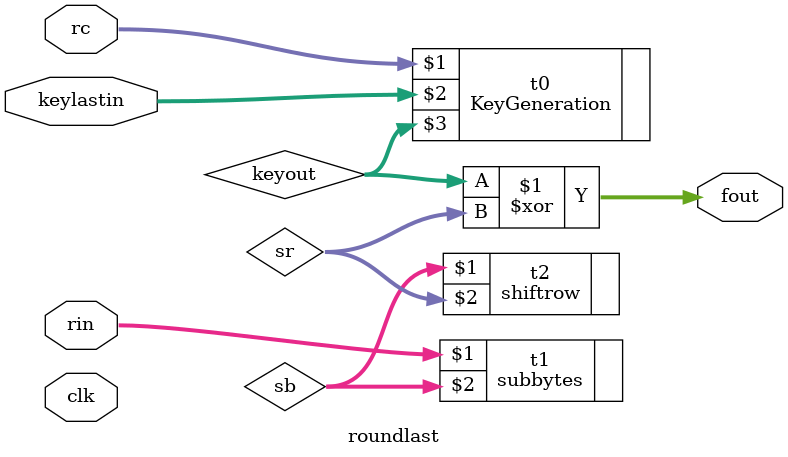
<source format=v>
`timescale 1ns / 1ps


module roundlast(
clk,rc,rin,keylastin,fout
    );
    input clk;
    input [3:0]rc;
    input [127:0]rin;
    input [127:0]keylastin;
    output [127:0]fout;
    
    wire [127:0] sb,sr,mcl,keyout;
    
    KeyGeneration t0(rc,keylastin,keyout);
    subbytes t1(rin,sb);
    shiftrow t2(sb,sr);
    assign fout= keyout^sr;
endmodule

</source>
